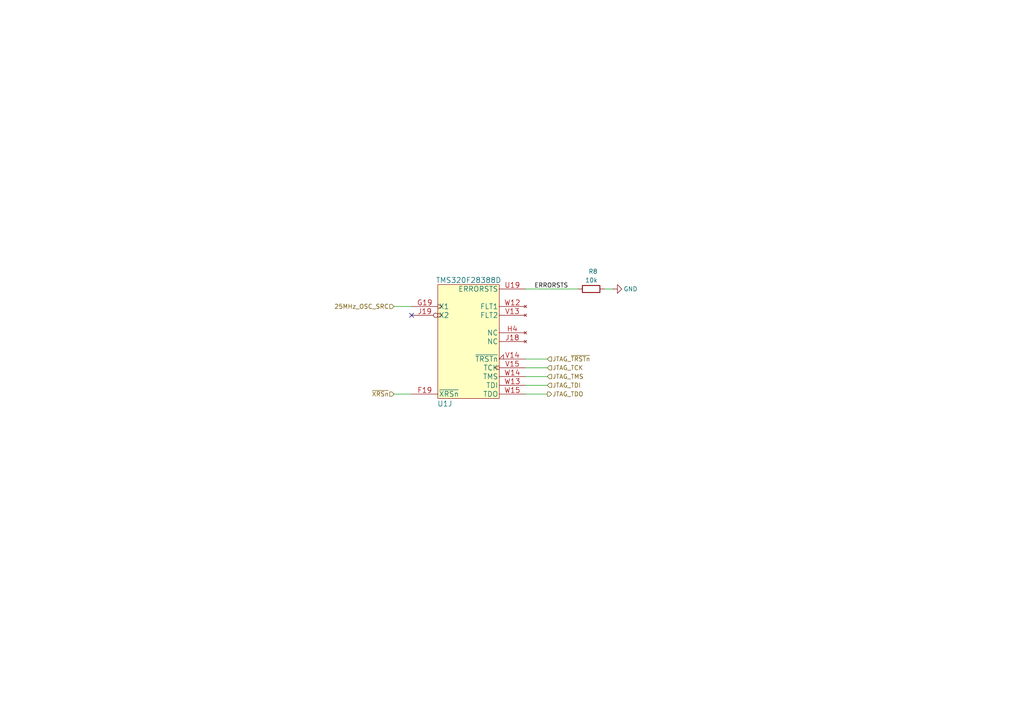
<source format=kicad_sch>
(kicad_sch (version 20231120) (generator "eeschema") (generator_version "8.0")
  (paper "A4")
  (title_block (title "Open MOtor DRiver Initiative  - Single Axis (OMODRI_SA)") (date "2024-03-20") (rev "1.0") (company "LAAS/CNRS"))
  (lib_symbols
    (symbol "Device:R" (pin_numbers hide) (pin_names (offset 0))
      (property "Reference" "R" (at 2.032 0 90))
      (property "Value" "R" (at 0 0 90))
      (symbol "R_0_1"
        (rectangle (start -1.016 -2.54) (end 1.016 2.54) (stroke (width 0.254)))
      )
      (symbol "R_1_1"
        (pin passive line (at 0 3.81 270) (length 1.27) (name "~") (number "1"))
        (pin passive line (at 0 -3.81 90) (length 1.27) (name "~") (number "2"))
      )
    )
    (symbol "omodri_lib:TMS320F28388D" (pin_names (offset 0.254))
      (property "Reference" "U" (at -8.89 55.88 0))
      (property "Value" "TMS320F28388D" (at 0 53.34 0))
      (symbol "TMS320F28388D_1_1"
        (rectangle (start -8.89 49.53) (end 8.89 -46.99) (fill (type background)))
        (pin power_in line (at -16.51 48.26 0) (length 7.62) (name "VSS") (number "A1"))
        (pin power_in line (at -16.51 45.72 0) (length 7.62) (name "VSS") (number "A10"))
        (pin power_in line (at -16.51 43.18 0) (length 7.62) (name "VSS") (number "A19"))
        (pin power_in line (at -16.51 33.02 0) (length 7.62) (name "VSS") (number "E12"))
        (pin power_in line (at -16.51 30.48 0) (length 7.62) (name "VSS") (number "E14"))
        (pin power_in line (at -16.51 27.94 0) (length 7.62) (name "VSS") (number "E15"))
        (pin power_in line (at -16.51 40.64 0) (length 7.62) (name "VSS") (number "E5"))
        (pin power_in line (at -16.51 38.1 0) (length 7.62) (name "VSS") (number "E6"))
        (pin power_in line (at -16.51 35.56 0) (length 7.62) (name "VSS") (number "E8"))
        (pin power_in line (at -16.51 17.78 0) (length 7.62) (name "VSS") (number "F12"))
        (pin power_in line (at -16.51 15.24 0) (length 7.62) (name "VSS") (number "F14"))
        (pin power_in line (at -16.51 12.7 0) (length 7.62) (name "VSS") (number "F15"))
        (pin power_in line (at -16.51 25.4 0) (length 7.62) (name "VSS") (number "F5"))
        (pin power_in line (at -16.51 22.86 0) (length 7.62) (name "VSS") (number "F6"))
        (pin power_in line (at -16.51 20.32 0) (length 7.62) (name "VSS") (number "F8"))
        (pin power_in line (at -16.51 10.16 0) (length 7.62) (name "VSS") (number "G16"))
        (pin power_in line (at -16.51 7.62 0) (length 7.62) (name "VSS") (number "G17"))
        (pin power_in line (at -16.51 0 0) (length 7.62) (name "VSS") (number "H10"))
        (pin power_in line (at -16.51 -2.54 0) (length 7.62) (name "VSS") (number "H11"))
        (pin power_in line (at -16.51 -5.08 0) (length 7.62) (name "VSS") (number "H12"))
        (pin power_in line (at -16.51 -7.62 0) (length 7.62) (name "VSS") (number "H14"))
        (pin power_in line (at -16.51 -10.16 0) (length 7.62) (name "VSS") (number "H15"))
        (pin power_in line (at 16.51 48.26 180) (length 7.62) (name "VSSOSC") (number "H18"))
        (pin power_in line (at 16.51 45.72 180) (length 7.62) (name "VSSOSC") (number "H19"))
        (pin power_in line (at -16.51 5.08 0) (length 7.62) (name "VSS") (number "H8"))
        (pin power_in line (at -16.51 2.54 0) (length 7.62) (name "VSS") (number "H9"))
        (pin power_in line (at -16.51 -22.86 0) (length 7.62) (name "VSS") (number "J10"))
        (pin power_in line (at -16.51 -25.4 0) (length 7.62) (name "VSS") (number "J11"))
        (pin power_in line (at -16.51 -27.94 0) (length 7.62) (name "VSS") (number "J12"))
        (pin power_in line (at -16.51 -12.7 0) (length 7.62) (name "VSS") (number "J5"))
        (pin power_in line (at -16.51 -15.24 0) (length 7.62) (name "VSS") (number "J6"))
        (pin power_in line (at -16.51 -17.78 0) (length 7.62) (name "VSS") (number "J8"))
        (pin power_in line (at -16.51 -20.32 0) (length 7.62) (name "VSS") (number "J9"))
        (pin power_in line (at -16.51 -35.56 0) (length 7.62) (name "VSS") (number "K10"))
        (pin power_in line (at -16.51 -38.1 0) (length 7.62) (name "VSS") (number "K11"))
        (pin power_in line (at -16.51 -40.64 0) (length 7.62) (name "VSS") (number "K12"))
        (pin power_in line (at -16.51 -43.18 0) (length 7.62) (name "VSS") (number "K14"))
        (pin power_in line (at -16.51 -45.72 0) (length 7.62) (name "VSS") (number "K15"))
        (pin power_in line (at -16.51 -30.48 0) (length 7.62) (name "VSS") (number "K8"))
        (pin power_in line (at -16.51 -33.02 0) (length 7.62) (name "VSS") (number "K9"))
        (pin power_in line (at 16.51 17.78 180) (length 7.62) (name "VSS") (number "L10"))
        (pin power_in line (at 16.51 15.24 180) (length 7.62) (name "VSS") (number "L11"))
        (pin power_in line (at 16.51 12.7 180) (length 7.62) (name "VSS") (number "L12"))
        (pin power_in line (at 16.51 10.16 180) (length 7.62) (name "VSS") (number "L18"))
        (pin power_in line (at 16.51 27.94 180) (length 7.62) (name "VSS") (number "L5"))
        (pin power_in line (at 16.51 25.4 180) (length 7.62) (name "VSS") (number "L6"))
        (pin power_in line (at 16.51 22.86 180) (length 7.62) (name "VSS") (number "L8"))
        (pin power_in line (at 16.51 20.32 180) (length 7.62) (name "VSS") (number "L9"))
        (pin power_in line (at 16.51 2.54 180) (length 7.62) (name "VSS") (number "M10"))
        (pin power_in line (at 16.51 0 180) (length 7.62) (name "VSS") (number "M11"))
        (pin power_in line (at 16.51 -2.54 180) (length 7.62) (name "VSS") (number "M12"))
        (pin power_in line (at 16.51 -5.08 180) (length 7.62) (name "VSS") (number "M14"))
        (pin power_in line (at 16.51 -7.62 180) (length 7.62) (name "VSS") (number "M15"))
        (pin power_in line (at 16.51 7.62 180) (length 7.62) (name "VSS") (number "M8"))
        (pin power_in line (at 16.51 5.08 180) (length 7.62) (name "VSS") (number "M9"))
        (pin power_in line (at 16.51 -10.16 180) (length 7.62) (name "VSS") (number "N1"))
        (pin power_in line (at 16.51 -12.7 180) (length 7.62) (name "VSS") (number "N5"))
        (pin power_in line (at 16.51 -15.24 180) (length 7.62) (name "VSS") (number "N6"))
        (pin power_in line (at 16.51 41.91 180) (length 7.62) (name "VSSA") (number "P1"))
        (pin power_in line (at 16.51 -22.86 180) (length 7.62) (name "VSS") (number "P11"))
        (pin power_in line (at 16.51 -25.4 180) (length 7.62) (name "VSS") (number "P12"))
        (pin power_in line (at 16.51 -27.94 180) (length 7.62) (name "VSS") (number "P14"))
        (pin power_in line (at 16.51 -30.48 180) (length 7.62) (name "VSS") (number "P15"))
        (pin power_in line (at 16.51 39.37 180) (length 7.62) (name "VSSA") (number "P5"))
        (pin power_in line (at 16.51 -17.78 180) (length 7.62) (name "VSS") (number "P7"))
        (pin power_in line (at 16.51 -20.32 180) (length 7.62) (name "VSS") (number "P8"))
        (pin power_in line (at 16.51 -38.1 180) (length 7.62) (name "VSS") (number "R14"))
        (pin power_in line (at 16.51 -40.64 180) (length 7.62) (name "VSS") (number "R15"))
        (pin power_in line (at 16.51 36.83 180) (length 7.62) (name "VSSA") (number "R5"))
        (pin power_in line (at 16.51 -33.02 180) (length 7.62) (name "VSS") (number "R7"))
        (pin power_in line (at 16.51 -35.56 180) (length 7.62) (name "VSS") (number "R8"))
        (pin power_in line (at 16.51 34.29 180) (length 7.62) (name "VSSA") (number "V7"))
        (pin power_in line (at 16.51 31.75 180) (length 7.62) (name "VSSA") (number "W1"))
        (pin power_in line (at 16.51 -45.72 180) (length 7.62) (name "VSS") (number "W19"))
        (pin power_in line (at 16.51 -43.18 180) (length 7.62) (name "VSS") (number "W7"))
      )
      (symbol "TMS320F28388D_2_1"
        (rectangle (start -10.16 49.53) (end 10.16 -21.59) (fill (type background)))
        (pin power_in line (at 17.78 45.72 180) (length 7.62) (name "VDDIO") (number "A18"))
        (pin power_in line (at 17.78 48.26 180) (length 7.62) (name "VDDIO") (number "A9"))
        (pin power_in line (at 17.78 43.18 180) (length 7.62) (name "VDDIO") (number "B1"))
        (pin power_in line (at 17.78 38.1 180) (length 7.62) (name "VDDIO") (number "E10"))
        (pin power_in line (at -17.78 45.72 0) (length 7.62) (name "VDD") (number "E11"))
        (pin power_in line (at 17.78 35.56 180) (length 7.62) (name "VDDIO") (number "E13"))
        (pin power_in line (at 17.78 33.02 180) (length 7.62) (name "VDDIO") (number "E16"))
        (pin power_in line (at 17.78 40.64 180) (length 7.62) (name "VDDIO") (number "E7"))
        (pin power_in line (at -17.78 48.26 0) (length 7.62) (name "VDD") (number "E9"))
        (pin power_in line (at 17.78 25.4 180) (length 7.62) (name "VDDIO") (number "F10"))
        (pin power_in line (at -17.78 40.64 0) (length 7.62) (name "VDD") (number "F11"))
        (pin power_in line (at 17.78 22.86 180) (length 7.62) (name "VDDIO") (number "F13"))
        (pin power_in line (at 17.78 20.32 180) (length 7.62) (name "VDDIO") (number "F16"))
        (pin power_in line (at 17.78 30.48 180) (length 7.62) (name "VDDIO") (number "F4"))
        (pin power_in line (at 17.78 27.94 180) (length 7.62) (name "VDDIO") (number "F7"))
        (pin power_in line (at -17.78 43.18 0) (length 7.62) (name "VDD") (number "F9"))
        (pin power_in line (at -17.78 38.1 0) (length 7.62) (name "VDD") (number "G14"))
        (pin power_in line (at -17.78 35.56 0) (length 7.62) (name "VDD") (number "G15"))
        (pin power_in line (at 17.78 17.78 180) (length 7.62) (name "VDDIO") (number "G4"))
        (pin power_in line (at 17.78 15.24 180) (length 7.62) (name "VDDIO") (number "G5"))
        (pin power_in line (at 17.78 12.7 180) (length 7.62) (name "VDDIO") (number "G6"))
        (pin power_in line (at -17.78 -17.78 0) (length 7.62) (name "VDDOSC") (number "H16"))
        (pin power_in line (at -17.78 -20.32 0) (length 7.62) (name "VDDOSC") (number "H17"))
        (pin power_in line (at 17.78 10.16 180) (length 7.62) (name "VDDIO") (number "H5"))
        (pin power_in line (at 17.78 7.62 180) (length 7.62) (name "VDDIO") (number "H6"))
        (pin power_in line (at -17.78 33.02 0) (length 7.62) (name "VDD") (number "J14"))
        (pin power_in line (at -17.78 30.48 0) (length 7.62) (name "VDD") (number "J15"))
        (pin power_in line (at -17.78 27.94 0) (length 7.62) (name "VDD") (number "K5"))
        (pin power_in line (at -17.78 25.4 0) (length 7.62) (name "VDD") (number "K6"))
        (pin power_in line (at 17.78 5.08 180) (length 7.62) (name "VDDIO") (number "L14"))
        (pin power_in line (at 17.78 2.54 180) (length 7.62) (name "VDDIO") (number "L15"))
        (pin power_in line (at 17.78 0 180) (length 7.62) (name "VDDIO") (number "M1"))
        (pin power_in line (at 17.78 -2.54 180) (length 7.62) (name "VDDIO") (number "M5"))
        (pin power_in line (at 17.78 -5.08 180) (length 7.62) (name "VDDIO") (number "M6"))
        (pin power_in line (at 17.78 -7.62 180) (length 7.62) (name "VDDIO") (number "N14"))
        (pin power_in line (at 17.78 -10.16 180) (length 7.62) (name "VDDIO") (number "N15"))
        (pin power_in line (at -17.78 22.86 0) (length 7.62) (name "VDD") (number "P10"))
        (pin power_in line (at -17.78 20.32 0) (length 7.62) (name "VDD") (number "P13"))
        (pin power_in line (at -17.78 10.16 0) (length 7.62) (name "VDDA") (number "P6"))
        (pin power_in line (at 17.78 -12.7 180) (length 7.62) (name "VDDIO") (number "P9"))
        (pin power_in line (at -17.78 17.78 0) (length 7.62) (name "VDD") (number "R10"))
        (pin power_in line (at -17.78 -3.81 0) (length 7.62) (name "VDD3VFL") (number "R11"))
        (pin power_in line (at -17.78 -6.35 0) (length 7.62) (name "VDD3VFL") (number "R12"))
        (pin power_in line (at -17.78 15.24 0) (length 7.62) (name "VDD") (number "R13"))
        (pin power_in line (at -17.78 7.62 0) (length 7.62) (name "VDDA") (number "R6"))
        (pin power_in line (at 17.78 -15.24 180) (length 7.62) (name "VDDIO") (number "R9"))
        (pin power_in line (at 17.78 -17.78 180) (length 7.62) (name "VDDIO") (number "V19"))
        (pin power_in line (at 17.78 -20.32 180) (length 7.62) (name "VDDIO") (number "W8"))
      )
      (symbol "TMS320F28388D_3_1"
        (rectangle (start -11.43 49.53) (end 11.43 -21.59) (fill (type background)))
        (pin power_in line (at -19.05 7.62 0) (length 7.62) (name "VREFLOC") (number "P2"))
        (pin input line (at 19.05 10.16 180) (length 7.62) (name "ADCINC3") (number "P3"))
        (pin input line (at 19.05 5.08 180) (length 7.62) (name "ADCINC5") (number "P4"))
        (pin power_in line (at -19.05 43.18 0) (length 7.62) (name "VREFHIC") (number "R1"))
        (pin power_in line (at -19.05 12.7 0) (length 7.62) (name "VREFLOA") (number "R2"))
        (pin input line (at 19.05 12.7 180) (length 7.62) (name "ADCINC2") (number "R3"))
        (pin input line (at 19.05 7.62 180) (length 7.62) (name "ADCINC4") (number "R4"))
        (pin input line (at 19.05 45.72 180) (length 7.62) (name "ADCINA1") (number "T1"))
        (pin input line (at 19.05 40.64 180) (length 7.62) (name "ADCINA3") (number "T2"))
        (pin input line (at 19.05 35.56 180) (length 7.62) (name "ADCINA5") (number "T3"))
        (pin input line (at 19.05 -17.78 180) (length 7.62) (name "ADCIN14") (number "T4"))
        (pin input line (at 19.05 0 180) (length 7.62) (name "ADCIND0") (number "T5"))
        (pin input line (at 19.05 -5.08 180) (length 7.62) (name "ADCIND2") (number "T6"))
        (pin input line (at 19.05 -10.16 180) (length 7.62) (name "ADCIND4") (number "T7"))
        (pin input line (at 19.05 48.26 180) (length 7.62) (name "ADCINA0") (number "U1"))
        (pin input line (at 19.05 43.18 180) (length 7.62) (name "ADCINA2") (number "U2"))
        (pin input line (at 19.05 38.1 180) (length 7.62) (name "ADCINA4") (number "U3"))
        (pin input line (at 19.05 -20.32 180) (length 7.62) (name "ADCIN15") (number "U4"))
        (pin input line (at 19.05 -2.54 180) (length 7.62) (name "ADCIND1") (number "U5"))
        (pin input line (at 19.05 -7.62 180) (length 7.62) (name "ADCIND3") (number "U6"))
        (pin input line (at 19.05 -12.7 180) (length 7.62) (name "ADCIND5") (number "U7"))
        (pin power_in line (at -19.05 48.26 0) (length 7.62) (name "VREFHIA") (number "V1"))
        (pin input line (at 19.05 30.48 180) (length 7.62) (name "ADCINB0") (number "V2"))
        (pin input line (at 19.05 25.4 180) (length 7.62) (name "ADCINB2") (number "V3"))
        (pin input line (at 19.05 20.32 180) (length 7.62) (name "ADCINB4") (number "V4"))
        (pin power_in line (at -19.05 40.64 0) (length 7.62) (name "VREFHID") (number "V5"))
        (pin power_in line (at -19.05 10.16 0) (length 7.62) (name "VREFLOB") (number "V6"))
        (pin input line (at 19.05 27.94 180) (length 7.62) (name "ADCINB1") (number "W2"))
        (pin input line (at 19.05 22.86 180) (length 7.62) (name "ADCINB3") (number "W3"))
        (pin input line (at 19.05 17.78 180) (length 7.62) (name "ADCINB5") (number "W4"))
        (pin power_in line (at -19.05 45.72 0) (length 7.62) (name "VREFHIB") (number "W5"))
        (pin power_in line (at -19.05 5.08 0) (length 7.62) (name "VREFLOD") (number "W6"))
      )
      (symbol "TMS320F28388D_4_1"
        (rectangle (start -8.89 49.53) (end 8.89 -31.75) (fill (type background)))
        (pin passive line (at 16.51 33.02 180) (length 7.62) (name "GPIO6") (number "A6"))
        (pin passive line (at 16.51 43.18 180) (length 7.62) (name "GPIO2") (number "A7"))
        (pin passive line (at 16.51 22.86 180) (length 7.62) (name "GPIO10") (number "B2"))
        (pin passive line (at 16.51 30.48 180) (length 7.62) (name "GPIO7") (number "B6"))
        (pin passive line (at 16.51 40.64 180) (length 7.62) (name "GPIO3") (number "B7"))
        (pin passive line (at 16.51 20.32 180) (length 7.62) (name "GPIO11") (number "C1"))
        (pin passive line (at 16.51 17.78 180) (length 7.62) (name "GPIO12") (number "C2"))
        (pin passive line (at 16.51 38.1 180) (length 7.62) (name "GPIO4") (number "C7"))
        (pin passive line (at 16.51 48.26 180) (length 7.62) (name "GPIO0") (number "C8"))
        (pin passive line (at 16.51 15.24 180) (length 7.62) (name "GPIO13") (number "D1"))
        (pin passive line (at 16.51 12.7 180) (length 7.62) (name "GPIO14") (number "D2"))
        (pin passive line (at 16.51 10.16 180) (length 7.62) (name "GPIO15") (number "D3"))
        (pin passive line (at 16.51 35.56 180) (length 7.62) (name "GPIO5") (number "D7"))
        (pin passive line (at 16.51 45.72 180) (length 7.62) (name "GPIO1") (number "D8"))
        (pin passive line (at 16.51 7.62 180) (length 7.62) (name "GPIO16") (number "E1"))
        (pin passive line (at 16.51 5.08 180) (length 7.62) (name "GPIO17") (number "E2"))
        (pin passive line (at 16.51 2.54 180) (length 7.62) (name "GPIO18") (number "E3"))
        (pin passive line (at 16.51 0 180) (length 7.62) (name "GPIO19") (number "E4"))
        (pin passive line (at 16.51 -2.54 180) (length 7.62) (name "GPIO20") (number "F2"))
        (pin passive line (at 16.51 -5.08 180) (length 7.62) (name "GPIO21") (number "F3"))
        (pin passive line (at 16.51 27.94 180) (length 7.62) (name "GPIO8") (number "G2"))
        (pin passive line (at 16.51 25.4 180) (length 7.62) (name "GPIO9") (number "G3"))
        (pin passive line (at 16.51 -7.62 180) (length 7.62) (name "GPIO22") (number "J4"))
        (pin passive line (at 16.51 -17.78 180) (length 7.62) (name "GPIO26") (number "K1"))
        (pin passive line (at 16.51 -15.24 180) (length 7.62) (name "GPIO25") (number "K2"))
        (pin passive line (at 16.51 -12.7 180) (length 7.62) (name "GPIO24") (number "K3"))
        (pin passive line (at 16.51 -10.16 180) (length 7.62) (name "GPIO23") (number "K4"))
        (pin passive line (at 16.51 -20.32 180) (length 7.62) (name "GPIO27") (number "L1"))
        (pin passive line (at 16.51 -27.94 180) (length 7.62) (name "GPIO30") (number "T11"))
        (pin passive line (at 16.51 -30.48 180) (length 7.62) (name "GPIO31") (number "U11"))
        (pin passive line (at 16.51 -22.86 180) (length 7.62) (name "GPIO28") (number "V11"))
        (pin passive line (at 16.51 -25.4 180) (length 7.62) (name "GPIO29") (number "W11"))
      )
      (symbol "TMS320F28388D_5_1"
        (rectangle (start -8.89 49.53) (end 8.89 -31.75) (fill (type background)))
        (pin passive line (at 16.51 20.32 180) (length 7.62) (name "GPIO43") (number "C19"))
        (pin passive line (at 16.51 22.86 180) (length 7.62) (name "GPIO42") (number "D19"))
        (pin passive line (at 16.51 10.16 180) (length 7.62) (name "GPIO47") (number "E18"))
        (pin passive line (at 16.51 12.7 180) (length 7.62) (name "GPIO46") (number "E19"))
        (pin passive line (at 16.51 -30.48 180) (length 7.62) (name "GPIO63") (number "J16"))
        (pin passive line (at 16.51 -27.94 180) (length 7.62) (name "GPIO62") (number "J17"))
        (pin passive line (at 16.51 17.78 180) (length 7.62) (name "GPIO44") (number "K18"))
        (pin passive line (at 16.51 15.24 180) (length 7.62) (name "GPIO45") (number "K19"))
        (pin passive line (at 16.51 -25.4 180) (length 7.62) (name "GPIO61") (number "L16"))
        (pin passive line (at 16.51 -20.32 180) (length 7.62) (name "GPIO59") (number "M16"))
        (pin passive line (at 16.51 -22.86 180) (length 7.62) (name "GPIO60") (number "M17"))
        (pin passive line (at 16.51 -12.7 180) (length 7.62) (name "GPIO56") (number "N16"))
        (pin passive line (at 16.51 -17.78 180) (length 7.62) (name "GPIO58") (number "N17"))
        (pin passive line (at 16.51 -15.24 180) (length 7.62) (name "GPIO57") (number "N18"))
        (pin passive line (at 16.51 -2.54 180) (length 7.62) (name "GPIO52") (number "P16"))
        (pin passive line (at 16.51 -5.08 180) (length 7.62) (name "GPIO53") (number "P17"))
        (pin passive line (at 16.51 -7.62 180) (length 7.62) (name "GPIO54") (number "P18"))
        (pin passive line (at 16.51 -10.16 180) (length 7.62) (name "GPIO55") (number "P19"))
        (pin passive line (at 16.51 7.62 180) (length 7.62) (name "GPIO48") (number "R16"))
        (pin passive line (at 16.51 5.08 180) (length 7.62) (name "GPIO49") (number "R17"))
        (pin passive line (at 16.51 2.54 180) (length 7.62) (name "GPIO50") (number "R18"))
        (pin passive line (at 16.51 0 180) (length 7.62) (name "GPIO51") (number "R19"))
        (pin passive line (at 16.51 45.72 180) (length 7.62) (name "GPIO33") (number "T13"))
        (pin passive line (at 16.51 40.64 180) (length 7.62) (name "GPIO35") (number "T14"))
        (pin passive line (at 16.51 33.02 180) (length 7.62) (name "GPIO38") (number "T16"))
        (pin passive line (at 16.51 48.26 180) (length 7.62) (name "GPIO32") (number "U13"))
        (pin passive line (at 16.51 43.18 180) (length 7.62) (name "GPIO34") (number "U14"))
        (pin passive line (at 16.51 35.56 180) (length 7.62) (name "GPIO37") (number "U16"))
        (pin passive line (at 16.51 25.4 180) (length 7.62) (name "GPIO41") (number "U17"))
        (pin passive line (at 16.51 38.1 180) (length 7.62) (name "GPIO36") (number "V16"))
        (pin passive line (at 16.51 27.94 180) (length 7.62) (name "GPIO40") (number "V17"))
        (pin passive line (at 16.51 30.48 180) (length 7.62) (name "GPIO39") (number "W17"))
      )
      (symbol "TMS320F28388D_6_1"
        (rectangle (start -8.89 49.53) (end 8.89 -31.75) (fill (type background)))
        (pin passive line (at 16.51 -2.54 180) (length 7.62) (name "GPIO84") (number "A11"))
        (pin passive line (at 16.51 5.08 180) (length 7.62) (name "GPIO81") (number "A14"))
        (pin passive line (at 16.51 15.24 180) (length 7.62) (name "GPIO77") (number "A15"))
        (pin passive line (at 16.51 25.4 180) (length 7.62) (name "GPIO73") (number "A16"))
        (pin passive line (at 16.51 33.02 180) (length 7.62) (name "GPIO70") (number "A17"))
        (pin passive line (at 16.51 -27.94 180) (length 7.62) (name "GPIO94") (number "A3"))
        (pin passive line (at 16.51 -22.86 180) (length 7.62) (name "GPIO92") (number "A4"))
        (pin passive line (at 16.51 -17.78 180) (length 7.62) (name "GPIO90") (number "A5"))
        (pin passive line (at 16.51 -5.08 180) (length 7.62) (name "GPIO85") (number "B11"))
        (pin passive line (at 16.51 2.54 180) (length 7.62) (name "GPIO82") (number "B14"))
        (pin passive line (at 16.51 12.7 180) (length 7.62) (name "GPIO78") (number "B15"))
        (pin passive line (at 16.51 27.94 180) (length 7.62) (name "GPIO72") (number "B16"))
        (pin passive line (at 16.51 30.48 180) (length 7.62) (name "GPIO71") (number "B17"))
        (pin passive line (at 16.51 35.56 180) (length 7.62) (name "GPIO69") (number "B18"))
        (pin passive line (at 16.51 40.64 180) (length 7.62) (name "GPIO67") (number "B19"))
        (pin passive line (at 16.51 -30.48 180) (length 7.62) (name "GPIO95") (number "B3"))
        (pin passive line (at 16.51 -25.4 180) (length 7.62) (name "GPIO93") (number "B4"))
        (pin passive line (at 16.51 -20.32 180) (length 7.62) (name "GPIO91") (number "B5"))
        (pin passive line (at 16.51 -7.62 180) (length 7.62) (name "GPIO86") (number "C11"))
        (pin passive line (at 16.51 0 180) (length 7.62) (name "GPIO83") (number "C14"))
        (pin passive line (at 16.51 10.16 180) (length 7.62) (name "GPIO79") (number "C15"))
        (pin passive line (at 16.51 17.78 180) (length 7.62) (name "GPIO76") (number "C16"))
        (pin passive line (at 16.51 22.86 180) (length 7.62) (name "GPIO74") (number "C17"))
        (pin passive line (at 16.51 38.1 180) (length 7.62) (name "GPIO68") (number "C18"))
        (pin passive line (at 16.51 -12.7 180) (length 7.62) (name "GPIO88") (number "C6"))
        (pin passive line (at 16.51 -10.16 180) (length 7.62) (name "GPIO87") (number "D11"))
        (pin passive line (at 16.51 7.62 180) (length 7.62) (name "GPIO80") (number "D15"))
        (pin passive line (at 16.51 20.32 180) (length 7.62) (name "GPIO75") (number "D16"))
        (pin passive line (at 16.51 -15.24 180) (length 7.62) (name "GPIO89") (number "D6"))
        (pin passive line (at 16.51 45.72 180) (length 7.62) (name "GPIO65") (number "K16"))
        (pin passive line (at 16.51 43.18 180) (length 7.62) (name "GPIO66") (number "K17"))
        (pin passive line (at 16.51 48.26 180) (length 7.62) (name "GPIO64") (number "L17"))
      )
      (symbol "TMS320F28388D_7_1"
        (rectangle (start -8.89 49.53) (end 8.89 -31.75) (fill (type background)))
        (pin passive line (at 16.51 45.72 180) (length 7.62) (name "GPIO97") (number "A2"))
        (pin passive line (at 16.51 48.26 180) (length 7.62) (name "GPIO96") (number "C3"))
        (pin passive line (at 16.51 43.18 180) (length 7.62) (name "GPIO98") (number "F1"))
        (pin passive line (at 16.51 40.64 180) (length 7.62) (name "GPIO99") (number "G1"))
        (pin passive line (at 16.51 38.1 180) (length 7.62) (name "GPIO100") (number "H1"))
        (pin passive line (at 16.51 35.56 180) (length 7.62) (name "GPIO101") (number "H2"))
        (pin passive line (at 16.51 33.02 180) (length 7.62) (name "GPIO102") (number "H3"))
        (pin passive line (at 16.51 30.48 180) (length 7.62) (name "GPIO103") (number "J1"))
        (pin passive line (at 16.51 27.94 180) (length 7.62) (name "GPIO104") (number "J2"))
        (pin passive line (at 16.51 25.4 180) (length 7.62) (name "GPIO105") (number "J3"))
        (pin passive line (at 16.51 22.86 180) (length 7.62) (name "GPIO106") (number "L2"))
        (pin passive line (at 16.51 20.32 180) (length 7.62) (name "GPIO107") (number "L3"))
        (pin passive line (at 16.51 17.78 180) (length 7.62) (name "GPIO108") (number "L4"))
        (pin passive line (at 16.51 12.7 180) (length 7.62) (name "GPIO110") (number "M2"))
        (pin passive line (at 16.51 7.62 180) (length 7.62) (name "GPIO112") (number "M3"))
        (pin passive line (at 16.51 10.16 180) (length 7.62) (name "GPIO111") (number "M4"))
        (pin passive line (at 16.51 15.24 180) (length 7.62) (name "GPIO109") (number "N2"))
        (pin passive line (at 16.51 2.54 180) (length 7.62) (name "GPIO114") (number "N3"))
        (pin passive line (at 16.51 5.08 180) (length 7.62) (name "GPIO113") (number "N4"))
        (pin passive line (at 16.51 -7.62 180) (length 7.62) (name "GPIO118") (number "T12"))
        (pin passive line (at 16.51 -10.16 180) (length 7.62) (name "GPIO119") (number "T15"))
        (pin passive line (at 16.51 -17.78 180) (length 7.62) (name "GPIO122") (number "T8"))
        (pin passive line (at 16.51 -25.4 180) (length 7.62) (name "GPIO125") (number "T9"))
        (pin passive line (at 16.51 -5.08 180) (length 7.62) (name "GPIO117") (number "U12"))
        (pin passive line (at 16.51 -12.7 180) (length 7.62) (name "GPIO120") (number "U15"))
        (pin passive line (at 16.51 -20.32 180) (length 7.62) (name "GPIO123") (number "U8"))
        (pin passive line (at 16.51 -27.94 180) (length 7.62) (name "GPIO126") (number "U9"))
        (pin passive line (at 16.51 0 180) (length 7.62) (name "GPIO115") (number "V12"))
        (pin passive line (at 16.51 -22.86 180) (length 7.62) (name "GPIO124") (number "V8"))
        (pin passive line (at 16.51 -30.48 180) (length 7.62) (name "GPIO127") (number "V9"))
        (pin passive line (at 16.51 -2.54 180) (length 7.62) (name "GPIO116") (number "W10"))
        (pin passive line (at 16.51 -15.24 180) (length 7.62) (name "GPIO121") (number "W16"))
      )
      (symbol "TMS320F28388D_8_1"
        (rectangle (start -8.89 49.53) (end 8.89 -31.75) (fill (type background)))
        (pin passive line (at 16.51 -15.24 180) (length 7.62) (name "GPIO153") (number "A12"))
        (pin passive line (at 16.51 -5.08 180) (length 7.62) (name "GPIO149") (number "A13"))
        (pin passive line (at 16.51 -25.4 180) (length 7.62) (name "GPIO157") (number "B10"))
        (pin passive line (at 16.51 -17.78 180) (length 7.62) (name "GPIO154") (number "B12"))
        (pin passive line (at 16.51 -7.62 180) (length 7.62) (name "GPIO150") (number "B13"))
        (pin passive line (at 16.51 -27.94 180) (length 7.62) (name "GPIO158") (number "C10"))
        (pin passive line (at 16.51 -20.32 180) (length 7.62) (name "GPIO155") (number "C12"))
        (pin passive line (at 16.51 -10.16 180) (length 7.62) (name "GPIO151") (number "C13"))
        (pin passive line (at 16.51 -30.48 180) (length 7.62) (name "GPIO159") (number "D10"))
        (pin passive line (at 16.51 -22.86 180) (length 7.62) (name "GPIO156") (number "D12"))
        (pin passive line (at 16.51 -12.7 180) (length 7.62) (name "GPIO152") (number "D13"))
        (pin passive line (at 16.51 -2.54 180) (length 7.62) (name "GPIO148") (number "D14"))
        (pin passive line (at 16.51 0 180) (length 7.62) (name "GPIO147") (number "D17"))
        (pin passive line (at 16.51 2.54 180) (length 7.62) (name "GPIO146") (number "D18"))
        (pin passive line (at 16.51 5.08 180) (length 7.62) (name "GPIO145") (number "E17"))
        (pin passive line (at 16.51 7.62 180) (length 7.62) (name "GPIO144") (number "F17"))
        (pin passive line (at 16.51 10.16 180) (length 7.62) (name "GPIO143") (number "F18"))
        (pin passive line (at 16.51 35.56 180) (length 7.62) (name "GPIO133") (number "G18"))
        (pin passive line (at 16.51 12.7 180) (length 7.62) (name "GPIO142") (number "L19"))
        (pin passive line (at 16.51 15.24 180) (length 7.62) (name "GPIO141") (number "M18"))
        (pin passive line (at 16.51 17.78 180) (length 7.62) (name "GPIO140") (number "M19"))
        (pin passive line (at 16.51 20.32 180) (length 7.62) (name "GPIO139") (number "N19"))
        (pin passive line (at 16.51 45.72 180) (length 7.62) (name "GPIO129") (number "T10"))
        (pin passive line (at 16.51 27.94 180) (length 7.62) (name "GPIO136") (number "T17"))
        (pin passive line (at 16.51 25.4 180) (length 7.62) (name "GPIO137") (number "T18"))
        (pin passive line (at 16.51 22.86 180) (length 7.62) (name "GPIO138") (number "T19"))
        (pin passive line (at 16.51 43.18 180) (length 7.62) (name "GPIO130") (number "U10"))
        (pin passive line (at 16.51 30.48 180) (length 7.62) (name "GPIO135") (number "U18"))
        (pin passive line (at 16.51 40.64 180) (length 7.62) (name "GPIO131") (number "V10"))
        (pin passive line (at 16.51 33.02 180) (length 7.62) (name "GPIO134") (number "V18"))
        (pin passive line (at 16.51 38.1 180) (length 7.62) (name "GPIO132") (number "W18"))
        (pin passive line (at 16.51 48.26 180) (length 7.62) (name "GPIO128") (number "W9"))
      )
      (symbol "TMS320F28388D_9_1"
        (rectangle (start -8.89 49.53) (end 8.89 26.67) (fill (type background)))
        (pin passive line (at 16.51 40.64 180) (length 7.62) (name "GPIO163") (number "A8"))
        (pin passive line (at 16.51 38.1 180) (length 7.62) (name "GPIO164") (number "B8"))
        (pin passive line (at 16.51 48.26 180) (length 7.62) (name "GPIO160") (number "B9"))
        (pin passive line (at 16.51 30.48 180) (length 7.62) (name "GPIO167") (number "C4"))
        (pin passive line (at 16.51 35.56 180) (length 7.62) (name "GPIO165") (number "C5"))
        (pin passive line (at 16.51 45.72 180) (length 7.62) (name "GPIO161") (number "C9"))
        (pin passive line (at 16.51 27.94 180) (length 7.62) (name "GPIO168") (number "D4"))
        (pin passive line (at 16.51 33.02 180) (length 7.62) (name "GPIO166") (number "D5"))
        (pin passive line (at 16.51 43.18 180) (length 7.62) (name "GPIO162") (number "D9"))
      )
      (symbol "TMS320F28388D_10_1"
        (rectangle (start -8.89 49.53) (end 8.89 16.51) (fill (type background)))
        (pin open_collector line (at -16.51 17.78 0) (length 7.62) (name "~{XRSn}") (number "F19"))
        (pin input clock (at -16.51 43.18 0) (length 7.62) (name "X1") (number "G19"))
        (pin no_connect line (at 16.51 35.56 180) (length 7.62) (name "NC") (number "H4"))
        (pin no_connect line (at 16.51 33.02 180) (length 7.62) (name "NC") (number "J18"))
        (pin output inverted_clock (at -16.51 40.64 0) (length 7.62) (name "X2") (number "J19"))
        (pin open_collector line (at 16.51 48.26 180) (length 7.62) (name "ERRORSTS") (number "U19"))
        (pin no_connect line (at 16.51 40.64 180) (length 7.62) (name "FLT2") (number "V13"))
        (pin input input_low (at 16.51 27.94 180) (length 7.62) (name "~{TRSTn}") (number "V14"))
        (pin input clock (at 16.51 25.4 180) (length 7.62) (name "TCK") (number "V15"))
        (pin no_connect line (at 16.51 43.18 180) (length 7.62) (name "FLT1") (number "W12"))
        (pin input line (at 16.51 20.32 180) (length 7.62) (name "TDI") (number "W13"))
        (pin input line (at 16.51 22.86 180) (length 7.62) (name "TMS") (number "W14"))
        (pin output line (at 16.51 17.78 180) (length 7.62) (name "TDO") (number "W15"))
      )
    )
    (symbol "power:GND" (power) (pin_numbers hide) (pin_names (offset 0) hide)
      (property "Value" "GND" (at 0 -3.81 0))
      (symbol "GND_0_1"
        (polyline (pts (xy 0 0) (xy 0 -1.27) (xy 1.27 -1.27) (xy 0 -2.54) (xy -1.27 -1.27) (xy 0 -1.27)))
      )
      (symbol "GND_1_1"
        (pin power_in line (at 0 0 270) (length 0) (name "~") (number "1"))
      )
    )
  )
  (no_connect (at 119.38 91.44))
  (wire (pts (xy 152.4 111.76) (xy 158.75 111.76)))
  (wire (pts (xy 152.4 106.68) (xy 158.75 106.68)))
  (wire (pts (xy 152.4 109.22) (xy 158.75 109.22)))
  (wire (pts (xy 152.4 114.3) (xy 158.75 114.3)))
  (wire (pts (xy 114.3 114.3) (xy 119.38 114.3)))
  (wire (pts (xy 152.4 104.14) (xy 158.75 104.14)))
  (wire (pts (xy 114.3 88.9) (xy 119.38 88.9)))
  (wire (pts (xy 177.8 83.82) (xy 175.26 83.82)))
  (wire (pts (xy 152.4 83.82) (xy 167.64 83.82)))
  (label "ERRORSTS" (at 154.94 83.82 0))
  (hierarchical_label "JTAG_TMS" (shape input) (at 158.75 109.22 0))
  (hierarchical_label "JTAG_TDI" (shape input) (at 158.75 111.76 0))
  (hierarchical_label "JTAG_TCK" (shape input) (at 158.75 106.68 0))
  (hierarchical_label "JTAG_~{TRSTn}" (shape input) (at 158.75 104.14 0))
  (hierarchical_label "JTAG_TDO" (shape output) (at 158.75 114.3 0))
  (hierarchical_label "~{XRSn}" (shape input) (at 114.3 114.3 180))
  (hierarchical_label "25MHz_OSC_SRC" (shape input) (at 114.3 88.9 180))
  (symbol (lib_id "Device:R") (at 171.45 83.82 90) (unit 1)
    (property "Reference" "R8" (at 173.355 78.74 90) (effects (justify left)))
    (property "Value" "10k" (at 173.355 81.28 90) (effects (justify left)))
    (property "Footprint" "Resistor_SMD:R_0201_0603Metric" (effects (hide yes)))
    (property "Datasheet" "https://industrial.panasonic.com/sa/products/pt/general-purpose-chip-resistors/models/ERJ1GNF1002C" (effects (hide yes)))
    (property "Description" "0201, 10kΩ, 0.05W, ±1%, SMD  resistor" (effects (hide yes)))
    (property "DigiKey" "P122414CT-ND" (effects (hide yes)))
    (property "Farnell" "2302362" (effects (hide yes)))
    (property "Mouser" "667-ERJ-1GNF1002C" (effects (hide yes)))
    (property "Part No" "ERJ1GNF1002C" (effects (hide yes)))
    (property "RS" "176-3597" (effects (hide yes)))
    (property "LCSC" "C717002" (effects (hide yes)))
    (property "Manufacturer" "PANASONIC" (effects (hide yes)))
    (property "Assembling" "SMD" (effects (hide yes)))
  )
  (symbol (lib_id "power:GND") (at 177.8 83.82 90) (unit 1)
    (property "Reference" "#PWR020" (effects (hide yes)))
    (property "Value" "GND" (at 182.88 83.82 90))
    (property "Description" "Power symbol creates a global label with name \"GND\" , ground" (effects (hide yes)))
  )
  (symbol (lib_id "omodri_lib:TMS320F28388D") (at 135.89 132.08 0) (unit 10)
    (property "Reference" "U1" (at 129.032 117.094 0) (effects (font (size 1.524 1.524))))
    (property "Value" "TMS320F28388D" (at 135.89 81.28 0) (effects (font (size 1.524 1.524))))
    (property "Footprint" "udriver3:NFBGA_337" (effects (hide yes)))
    (property "Datasheet" "https://www.ti.com/lit/ds/symlink/tms320f28388d.pdf" (effects (hide yes)))
    (property "Description" "C2000 family, 32-bit MCU with connectivity manager, 2x C28x+CLA CPU, 1.5-MB flash, FPU64, CLB, ENET, EtherCAT" (effects (hide yes)))
    (property "DigiKey" "296-F28388DZWTS-ND" (effects (hide yes)))
    (property "Mouser" "595-F28388DZWTS" (effects (hide yes)))
    (property "Part No" "F28388DZWTS" (effects (hide yes)))
    (property "LCSC" "C2879671" (effects (hide yes)))
    (property "Manufacturer" "TEXAS INSTRUMENTS" (effects (hide yes)))
    (property "Assembling" "SMD " (effects (hide yes)))
  )
)
</source>
